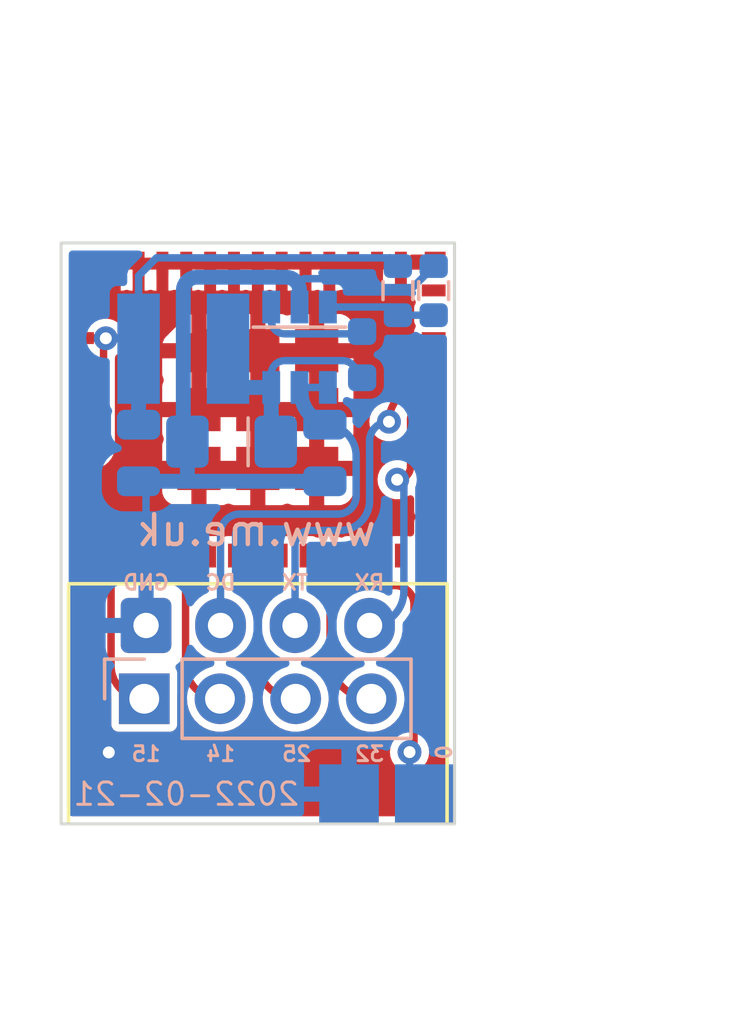
<source format=kicad_pcb>
(kicad_pcb (version 20211014) (generator pcbnew)
  (title_block (title "Generic ESP32-PICO-MINI Module") (date "${DATE}") (rev "1") (company "Adrian Kennard, Andrews & Arnold Ltd"))
  (layers (0 "F.Cu" signal) (31 "B.Cu" signal) (34 "B.Paste" user) (35 "F.Paste" user) (36 "B.SilkS" user "B.Silkscreen") (37 "F.SilkS" user "F.Silkscreen") (38 "B.Mask" user) (39 "F.Mask" user) (44 "Edge.Cuts" user))
  (property "DATE" "2022-02-21")
  (net 0 "")
  (net 1 "GND")
  (net 2 "TX")
  (net 3 "RX")
  (net 4 "Net-(R1-Pad2)")
  (net 8 "DC")
  (net 14 "EN")
  (net 17 "IO4")
  (net 20 "IO3")
  (net 21 "IO2")
  (net 23 "IO1")
  (net 33 "GPOIO0")
  (footprint "RevK:ESP32-PICO-MINI-02" (layer "F.Cu") (at 100 44.19325)
    (fp_text reference "U1" hide)
    (fp_text value "ESP32-PICO-MINI-02")
    (pad "1" smd rect (at -5.9 -4) (size 0.8 0.4) (layers "F.Cu" "F.Paste" "F.Mask") (net 1 "GND"))
    (pad "2" smd rect (at -5.9 -3.2) (size 0.8 0.4) (layers "F.Cu" "F.Paste" "F.Mask") (net 1 "GND"))
    (pad "3" smd rect (at -5.9 -2.4) (size 0.8 0.4) (layers "F.Cu" "F.Paste" "F.Mask") (net 14 "EN"))
    (pad "4" smd rect (at -5.9 -1.6) (size 0.8 0.4) (layers "F.Cu" "F.Paste" "F.Mask"))
    (pad "5" smd rect (at -5.9 -0.8) (size 0.8 0.4) (layers "F.Cu" "F.Paste" "F.Mask"))
    (pad "6" smd rect (at -5.9 0) (size 0.8 0.4) (layers "F.Cu" "F.Paste" "F.Mask"))
    (pad "7" smd rect (at -5.9 0.8) (size 0.8 0.4) (layers "F.Cu" "F.Paste" "F.Mask"))
    (pad "8" smd rect (at -5.9 1.6) (size 0.8 0.4) (layers "F.Cu" "F.Paste" "F.Mask") (net 14 "EN"))
    (pad "9" smd rect (at -5.9 2.4) (size 0.8 0.4) (layers "F.Cu" "F.Paste" "F.Mask"))
    (pad "10" smd rect (at -5.9 3.2) (size 0.8 0.4) (layers "F.Cu" "F.Paste" "F.Mask"))
    (pad "11" smd rect (at -5.9 4) (size 0.8 0.4) (layers "F.Cu" "F.Paste" "F.Mask") (net 1 "GND"))
    (pad "12" smd rect (at -4.8 4.9) (size 0.4 0.8) (layers "F.Cu" "F.Paste" "F.Mask") (net 23 "IO1"))
    (pad "13" smd rect (at -4 4.9) (size 0.4 0.8) (layers "F.Cu" "F.Paste" "F.Mask"))
    (pad "14" smd rect (at -3.2 4.9) (size 0.4 0.8) (layers "F.Cu" "F.Paste" "F.Mask") (net 1 "GND"))
    (pad "15" smd rect (at -2.4 4.9) (size 0.4 0.8) (layers "F.Cu" "F.Paste" "F.Mask") (net 21 "IO2"))
    (pad "16" smd rect (at -1.6 4.9) (size 0.4 0.8) (layers "F.Cu" "F.Paste" "F.Mask"))
    (pad "17" smd rect (at -0.8 4.9) (size 0.4 0.8) (layers "F.Cu" "F.Paste" "F.Mask"))
    (pad "18" smd rect (at 0 4.9) (size 0.4 0.8) (layers "F.Cu" "F.Paste" "F.Mask") (net 20 "IO3"))
    (pad "19" smd rect (at 0.8 4.9) (size 0.4 0.8) (layers "F.Cu" "F.Paste" "F.Mask"))
    (pad "20" smd rect (at 1.6 4.9) (size 0.4 0.8) (layers "F.Cu" "F.Paste" "F.Mask"))
    (pad "21" smd rect (at 2.4 4.9) (size 0.4 0.8) (layers "F.Cu" "F.Paste" "F.Mask") (net 17 "IO4"))
    (pad "22" smd rect (at 3.2 4.9) (size 0.4 0.8) (layers "F.Cu" "F.Paste" "F.Mask"))
    (pad "23" smd rect (at 4 4.9) (size 0.4 0.8) (layers "F.Cu" "F.Paste" "F.Mask") (net 33 "GPOIO0"))
    (pad "24" smd rect (at 4.8 4.9) (size 0.4 0.8) (layers "F.Cu" "F.Paste" "F.Mask"))
    (pad "25" smd rect (at 5.9 4) (size 0.8 0.4) (layers "F.Cu" "F.Paste" "F.Mask"))
    (pad "26" smd rect (at 5.9 3.2) (size 0.8 0.4) (layers "F.Cu" "F.Paste" "F.Mask"))
    (pad "27" smd rect (at 5.9 2.4) (size 0.8 0.4) (layers "F.Cu" "F.Paste" "F.Mask"))
    (pad "28" smd rect (at 5.9 1.6) (size 0.8 0.4) (layers "F.Cu" "F.Paste" "F.Mask"))
    (pad "29" smd rect (at 5.9 0.8) (size 0.8 0.4) (layers "F.Cu" "F.Paste" "F.Mask"))
    (pad "30" smd rect (at 5.9 0) (size 0.8 0.4) (layers "F.Cu" "F.Paste" "F.Mask") (net 3 "RX"))
    (pad "31" smd rect (at 5.9 -0.8) (size 0.8 0.4) (layers "F.Cu" "F.Paste" "F.Mask") (net 2 "TX"))
    (pad "32" smd rect (at 5.9 -1.6) (size 0.8 0.4) (layers "F.Cu" "F.Paste" "F.Mask"))
    (pad "33" smd rect (at 5.9 -2.4) (size 0.8 0.4) (layers "F.Cu" "F.Paste" "F.Mask"))
    (pad "34" smd rect (at 5.9 -3.2) (size 0.8 0.4) (layers "F.Cu" "F.Paste" "F.Mask"))
    (pad "35" smd rect (at 5.9 -4) (size 0.8 0.4) (layers "F.Cu" "F.Paste" "F.Mask"))
    (pad "36" smd rect (at 4.8 -4.9) (size 0.4 0.8) (layers "F.Cu" "F.Paste" "F.Mask") (net 1 "GND"))
    (pad "37" smd rect (at 4 -4.9) (size 0.4 0.8) (layers "F.Cu" "F.Paste" "F.Mask") (net 1 "GND"))
    (pad "38" smd rect (at 3.2 -4.9) (size 0.4 0.8) (layers "F.Cu" "F.Paste" "F.Mask") (net 1 "GND"))
    (pad "39" smd rect (at 2.4 -4.9) (size 0.4 0.8) (layers "F.Cu" "F.Paste" "F.Mask") (net 1 "GND"))
    (pad "40" smd rect (at 1.6 -4.9) (size 0.4 0.8) (layers "F.Cu" "F.Paste" "F.Mask") (net 1 "GND"))
    (pad "41" smd rect (at 0.8 -4.9) (size 0.4 0.8) (layers "F.Cu" "F.Paste" "F.Mask") (net 1 "GND"))
    (pad "42" smd rect (at 0 -4.9) (size 0.4 0.8) (layers "F.Cu" "F.Paste" "F.Mask") (net 1 "GND"))
    (pad "43" smd rect (at -0.8 -4.9) (size 0.4 0.8) (layers "F.Cu" "F.Paste" "F.Mask") (net 1 "GND"))
    (pad "44" smd rect (at -1.6 -4.9) (size 0.4 0.8) (layers "F.Cu" "F.Paste" "F.Mask") (net 1 "GND"))
    (pad "45" smd rect (at -2.4 -4.9) (size 0.4 0.8) (layers "F.Cu" "F.Paste" "F.Mask") (net 1 "GND"))
    (pad "46" smd rect (at -3.2 -4.9) (size 0.4 0.8) (layers "F.Cu" "F.Paste" "F.Mask") (net 1 "GND"))
    (pad "47" smd rect (at -4 -4.9) (size 0.4 0.8) (layers "F.Cu" "F.Paste" "F.Mask") (net 1 "GND"))
    (pad "48" smd rect (at -4.8 -4.9) (size 0.4 0.8) (layers "F.Cu" "F.Paste" "F.Mask") (net 1 "GND"))
    (pad "49" smd rect (at 0 0) (size 1.45 1.45) (layers "F.Cu" "F.Paste" "F.Mask") (net 1 "GND"))
    (pad "49" smd rect (at 0 1.975) (size 1.45 1.45) (layers "F.Cu" "F.Paste" "F.Mask") (net 1 "GND"))
    (pad "49" smd rect (at -1.975 0) (size 1.45 1.45) (layers "F.Cu" "F.Paste" "F.Mask") (net 1 "GND"))
    (pad "49" smd rect (at 1.975 1.975) (size 1.45 1.45) (layers "F.Cu" "F.Paste" "F.Mask") (net 1 "GND"))
    (pad "49" smd rect (at -1.975 1.975) (size 1.45 1.45) (layers "F.Cu" "F.Paste" "F.Mask") (net 1 "GND"))
    (pad "49" smd rect (at 0 -1.975) (size 1.45 1.45) (layers "F.Cu" "F.Paste" "F.Mask") (net 1 "GND"))
    (pad "49" smd rect (at 1.975 -1.975) (size 1.45 1.45) (layers "F.Cu" "F.Paste" "F.Mask") (net 1 "GND"))
    (pad "49" smd rect (at 1.975 0) (size 1.45 1.45) (layers "F.Cu" "F.Paste" "F.Mask") (net 1 "GND"))
    (pad "49" smd roundrect (at -1.975 -1.975) (size 1.45 1.45) (layers "F.Cu" "F.Paste" "F.Mask") (roundrect_rratio 0) (chamfer_ratio 0.41) (chamfer top_left) (net 1 "GND"))
    (pad "50" smd rect (at 5.95 -4.95) (size 0.7 0.7) (layers "F.Cu" "F.Paste" "F.Mask") (net 1 "GND"))
    (pad "51" smd rect (at 5.95 4.95) (size 0.7 0.7) (layers "F.Cu" "F.Paste" "F.Mask") (net 1 "GND"))
    (pad "52" smd rect (at -5.95 4.95) (size 0.7 0.7) (layers "F.Cu" "F.Paste" "F.Mask") (net 1 "GND"))
    (pad "53" smd rect (at -5.95 -4.95) (size 0.7 0.7) (layers "F.Cu" "F.Paste" "F.Mask") (net 1 "GND"))
    (zone (net 0) (net_name "") (layer "F.Cu") (connect_pads (clearance 0)) (min_thickness 0.01)
      (keepout (tracks not_allowed) (vias not_allowed) (pads not_allowed) (copperpour not_allowed) (footprints allowed))
      (fill (thermal_gap 0.508) (thermal_bridge_width 0.508))
      (polygon (pts (xy 93.4 33.19325) (xy 106.6 33.19325) (xy 106.6 38.59325) (xy 93.4 38.59325)))
    )
    (zone (net 0) (net_name "") (layer "B.Cu") (connect_pads (clearance 0)) (min_thickness 0.01)
      (keepout (tracks not_allowed) (vias not_allowed) (pads not_allowed) (copperpour not_allowed) (footprints allowed))
      (fill (thermal_gap 0.508) (thermal_bridge_width 0.508))
      (polygon (pts (xy 93.4 33.19325) (xy 106.6 33.19325) (xy 106.6 38.59325) (xy 93.4 38.59325)))
    )
  )
  (footprint "RevK:Molex_MiniSPOX_H4RA" (layer "F.Cu") (at 100 51.44)
    (fp_text reference "J1" hide)
    (fp_text value "SPOX")
    (fp_line (start -6.35 -1.4) (end -6.35 6.6) (layer "F.SilkS") (width 0.12))
    (fp_line (start -6.35 -1.4) (end 6.35 -1.4) (layer "F.SilkS") (width 0.12))
    (fp_line (start 6.35 -1.4) (end 6.35 6.6) (layer "F.SilkS") (width 0.12))
    (pad "1" thru_hole roundrect locked (at -3.75 0) (size 1.7 1.85) (drill 0.85) (layers *.Cu *.Mask) (roundrect_rratio 0.1470588235) (net 1 "GND"))
    (pad "2" thru_hole oval locked (at -1.25 0) (size 1.7 1.85) (drill 0.85) (layers *.Cu *.Mask) (net 8 "DC"))
    (pad "3" thru_hole oval locked (at 1.25 0) (size 1.7 1.85) (drill 0.85) (layers *.Cu *.Mask) (net 2 "TX"))
    (pad "4" thru_hole oval locked (at 3.75 0) (size 1.7 1.85) (drill 0.85) (layers *.Cu *.Mask) (net 3 "RX"))
  )
  (footprint "RevK:Hidden" (layer "B.Cu") (at 96 45.65 -90)
    (fp_text reference "C3" hide)
    (fp_text value "10uF")
  )
  (footprint "Connector_PinHeader_2.54mm:PinHeader_1x04_P2.54mm_Vertical" (layer "B.Cu") (at 96.19 53.9 -90)
    (fp_text reference "J2" hide)
    (fp_text value "Header")
    (fp_line (start -1.33 -1.27) (end -1.33 -8.95) (layer "B.SilkS") (width 0.12))
    (fp_line (start -1.33 1.33) (end 0 1.33) (layer "B.SilkS") (width 0.12))
    (fp_line (start -1.33 -8.95) (end 1.33 -8.95) (layer "B.SilkS") (width 0.12))
    (fp_line (start 1.33 -1.27) (end 1.33 -8.95) (layer "B.SilkS") (width 0.12))
    (fp_line (start -1.33 0) (end -1.33 1.33) (layer "B.SilkS") (width 0.12))
    (fp_line (start -1.33 -1.27) (end 1.33 -1.27) (layer "B.SilkS") (width 0.12))
    (pad "1" thru_hole rect (at 0 0 270) (size 1.7 1.7) (drill 1) (layers *.Cu *.Mask) (net 23 "IO1"))
    (pad "2" thru_hole oval (at 0 -2.54 270) (size 1.7 1.7) (drill 1) (layers *.Cu *.Mask) (net 21 "IO2"))
    (pad "3" thru_hole oval (at 0 -5.08 270) (size 1.7 1.7) (drill 1) (layers *.Cu *.Mask) (net 20 "IO3"))
    (pad "4" thru_hole oval (at 0 -7.62 270) (size 1.7 1.7) (drill 1) (layers *.Cu *.Mask) (net 17 "IO4"))
  )
  (footprint "Connector_PinHeader_2.54mm:PinHeader_1x02_P2.54mm_Vertical" (layer "B.Cu") (at 103.06 57.1 -90)
    (fp_text reference "J3" hide)
    (fp_text value "GPIO0")
    (pad "1" smd rect locked (at 0 0 270) (size 2 2) (layers "B.Cu" "B.Mask") (net 1 "GND"))
    (pad "2" smd rect locked (at 0 -2.54 270) (size 2 2) (layers "B.Cu" "B.Mask") (net 33 "GPOIO0"))
  )
  (footprint "RevK:Hidden" (layer "B.Cu") (at 99.12 45.27)
    (fp_text reference "D1" hide)
    (fp_text value "Schottky")
  )
  (footprint "RevK:Hidden" (layer "B.Cu") (at 103.5 42.35 -90)
    (fp_text reference "C1" hide)
    (fp_text value "0.1uF")
  )
  (footprint "RevK:R_0603" (layer "B.Cu") (at 105.9 40.2 -90)
    (fp_text reference "R2" hide)
    (fp_text value "3M 1% or NF")
    (fp_line (start -0.3 -0.5) (end 0.3 -0.5) (layer "B.SilkS") (width 0.12))
    (fp_line (start -0.3 0.5) (end 0.3 0.5) (layer "B.SilkS") (width 0.12))
    (pad "1" smd roundrect (at -0.825 0 270) (size 0.8 0.95) (layers "B.Cu" "B.Paste" "B.Mask") (net 1 "GND"))
    (pad "2" smd roundrect (at 0.825 0 270) (size 0.8 0.95) (layers "B.Cu" "B.Paste" "B.Mask") (net 4 "Net-(R1-Pad2)"))
  )
  (footprint "RevK:Hidden" (layer "B.Cu") (at 102.25 45.65 -90)
    (fp_text reference "C2" hide)
    (fp_text value "2.2uF")
  )
  (footprint "RevK:RegulatorBlockFB" (layer "B.Cu") (at 101.4 42.1 180)
    (fp_text reference "U2" hide)
    (fp_text value "LMR16006+FB")
    (fp_line (start -1.55 0.675) (end 1.55 0.675) (layer "B.SilkS") (width 0.12))
    (fp_line (start 1.725 -2.375) (end 1.725 -3.975) (layer "B.SilkS") (width 0.12))
    (pad "" smd rect (at 1.9 -1.35 180) (size 2 0.5) (layers "B.Cu") (clearance 0.2))
    (pad "" smd rect (at 0.95 -1.35 90) (size 1.1 0.6) (layers "B.Cu" "B.Paste" "B.Mask") (clearance 0.2))
    (pad "" smd roundrect (at -2.1 -1.025 90) (size 0.9 0.95) (layers "B.Cu" "B.Paste" "B.Mask"))
    (pad "" smd roundrect (at 0.7975 -3.17 180) (size 1.425 1.75) (layers "B.Cu" "B.Paste" "B.Mask") (roundrect_rratio 0.175) (clearance 0.2))
    (pad "" smd rect (at 2.4 -0.05 90) (size 3.7 1.425) (layers "B.Cu" "B.Mask") (clearance 0.2))
    (pad "" smd roundrect (at -2.1 0.525 90) (size 0.9 0.95) (layers "B.Cu" "B.Paste" "B.Mask"))
    (pad "" smd custom (at -0.475 -0.45 180) (size 1.95 0.25) (layers "B.Cu") (clearance 0.2) (options (clearance outline) (anchor rect)) (primitives (gr_arc (start 1.425 -0.45) (mid 1.293198 -0.131802) (end 0.975 0) (width 0.25)) (gr_arc (start -0.975 0) (mid -1.293198 -0.131802) (end -1.425 -0.45) (width 0.25))))
    (pad "" smd rect (at 0.95 1.35 90) (size 1.1 0.6) (layers "B.Cu" "B.Paste" "B.Mask") (clearance 0.2))
    (pad "" smd custom (at -0.8 0.45 180) (size 2.6 0.25) (layers "B.Cu") (clearance 0.2) (options (clearance outline) (anchor rect)) (primitives (gr_arc (start 1.3 0) (mid 1.618198 0.131802) (end 1.75 0.45) (width 0.25))))
    (pad "" smd rect (at 0.95 -2.3 90) (size 2 0.5) (layers "B.Cu") (clearance 0.2))
    (pad "1" smd rect (at -0.95 -1.35 90) (size 1.1 0.6) (layers "B.Cu" "B.Paste" "B.Mask") (net 8 "DC") (clearance 0.2))
    (pad "2" smd custom (at -1.06 -2.55 180) (size 0.1 0.1) (layers "B.Cu") (net 8 "DC") (options (clearance outline) (anchor rect)) (primitives (gr_arc (start 0.000002 0) (mid 0.707108 0.292894) (end 1 1) (width 0.5))))
    (pad "2" smd roundrect (at -0.85 -2.6 270) (size 1 1.45) (layers "B.Cu" "B.Paste" "B.Mask") (net 8 "DC") (clearance 0.2))
    (pad "2" smd rect (at 0 -1.35 90) (size 1.1 0.6) (layers "B.Cu" "B.Paste" "B.Mask") (net 8 "DC") (clearance 0.2))
    (pad "3" smd roundrect (at 5.4 -4.5 270) (size 1 1.45) (layers "B.Cu" "B.Paste" "B.Mask") (net 1 "GND"))
    (pad "3" smd roundrect (at 3.7625 -3.17 180) (size 1.425 1.75) (layers "B.Cu" "B.Paste" "B.Mask") (roundrect_rratio 0.175) (net 1 "GND") (clearance 0.2))
    (pad "3" smd rect (at 0 1.35 90) (size 1.1 0.6) (layers "B.Cu" "B.Paste" "B.Mask") (net 1 "GND") (clearance 0.2))
    (pad "3" smd custom (at -1.1 -4.5 180) (size 0.1 0.1) (layers "B.Cu") (net 1 "GND") (clearance 0.2) (options (clearance outline) (anchor rect)) (primitives (gr_line (start 6.6 0) (end 0 0) (width 0.5)) (gr_line (start 4.8625 1.6) (end 4.8625 0) (width 0.5)) (gr_line (start 5 6.4) (end 5 1.6) (width 0.5)) (gr_arc (start 5 6.4) (mid 4.868198 6.718198) (end 4.55 6.85) (width 0.5)) (gr_line (start 1.55 6.85) (end 4.55 6.85) (width 0.5)) (gr_arc (start 1.55 6.85) (mid 1.231802 6.718198) (end 1.1 6.4) (width 0.5)) (gr_line (start 1.1 5.9) (end 1.1 6.4) (width 0.5))))
    (pad "3" smd roundrect (at -0.85 -4.5 270) (size 1 1.45) (layers "B.Cu" "B.Paste" "B.Mask") (net 1 "GND"))
    (pad "4" smd rect (at 5.4 -0.05 90) (size 3.7 1.425) (layers "B.Cu" "B.Mask") (net 14 "EN"))
    (pad "4" smd rect (at 5.4 -0.8 180) (size 0.5 4) (layers "B.Cu") (net 14 "EN"))
    (pad "4" smd roundrect (at 5.4 -2.6 270) (size 1 1.45) (layers "B.Cu" "B.Paste" "B.Mask") (net 14 "EN") (clearance 0.2))
    (pad "5" smd rect (at -0.95 1.35 90) (size 1.1 0.6) (layers "B.Cu" "B.Paste" "B.Mask") (net 4 "Net-(R1-Pad2)") (clearance 0.2))
  )
  (footprint "RevK:Hidden" (layer "B.Cu") (at 97.5 42.1)
    (fp_text reference "L1" hide)
    (fp_text value "6.8uH")
  )
  (footprint "RevK:R_0603" (layer "B.Cu") (at 104.7 40.2 -90)
    (fp_text reference "R1" hide)
    (fp_text value "10M 1% or 0R")
    (fp_line (start -0.3 -0.5) (end 0.3 -0.5) (layer "B.SilkS") (width 0.12))
    (fp_line (start -0.3 0.5) (end 0.3 0.5) (layer "B.SilkS") (width 0.12))
    (pad "1" smd roundrect (at -0.825 0 270) (size 0.8 0.95) (layers "B.Cu" "B.Paste" "B.Mask") (net 14 "EN"))
    (pad "2" smd roundrect (at 0.825 0 270) (size 0.8 0.95) (layers "B.Cu" "B.Paste" "B.Mask") (net 4 "Net-(R1-Pad2)"))
  )
  (gr_line (start 106.6 38.6) (end 106.6 58.1) (layer "Edge.Cuts") (width 0.1))
  (gr_line (start 106.6 58.1) (end 93.4 58.1) (layer "Edge.Cuts") (width 0.1))
  (gr_line (start 93.4 58.1) (end 93.4 38.6) (layer "Edge.Cuts") (width 0.1))
  (gr_line (start 93.4 38.6) (end 106.6 38.6) (layer "Edge.Cuts") (width 0.1))
  (gr_text "DC" (at 98.75 50) (layer "B.SilkS") (effects (font (size 0.5 0.5) (thickness 0.1)) (justify mirror)))
  (gr_text "TX" (at 101.25 50) (layer "B.SilkS") (effects (font (size 0.5 0.5) (thickness 0.1)) (justify mirror)))
  (gr_text "25" (at 101.3 55.75) (layer "B.SilkS") (effects (font (size 0.5 0.5) (thickness 0.1)) (justify mirror)))
  (gr_text "15" (at 96.25 55.75) (layer "B.SilkS") (effects (font (size 0.5 0.5) (thickness 0.1)) (justify mirror)))
  (gr_text "GND" (at 96.25 50) (layer "B.SilkS") (effects (font (size 0.5 0.5) (thickness 0.1)) (justify mirror)))
  (gr_text "RX" (at 103.75 50) (layer "B.SilkS") (effects (font (size 0.5 0.5) (thickness 0.1)) (justify mirror)))
  (gr_text "32" (at 103.75 55.75) (layer "B.SilkS") (effects (font (size 0.5 0.5) (thickness 0.1)) (justify mirror)))
  (gr_text "www.me.uk" (at 99.95 48.25) (layer "B.SilkS") (effects (font (size 1 1)) (justify mirror)))
  (gr_text "${DATE}" (at 97.6 57.1) (layer "B.SilkS") (effects (font (size 0.75 0.75) (thickness 0.1)) (justify mirror)))
  (gr_text "14" (at 98.75 55.75) (layer "B.SilkS") (effects (font (size 0.5 0.5) (thickness 0.1)) (justify mirror)))
  (gr_text "0" (at 106.25 56 90) (layer "B.SilkS") (effects (font (size 0.5 0.5) (thickness 0.1)) (justify right mirror)))
  (via (at 95 55.7) (size 0.8) (drill 0.4) (layers "F.Cu" "B.Cu") (net 1))
  (segment (start 101.4 39.95) (end 101.55 39.8) (width 0.25) (layer "B.Cu") (net 1))
  (segment (start 105.192263 40.09952) (end 105.9 39.391783) (width 0.25) (layer "B.Cu") (net 1))
  (segment (start 103.6 39.8) (end 103.89952 40.09952) (width 0.25) (layer "B.Cu") (net 1))
  (segment (start 96.25 51.44) (end 96.25 46.85) (width 0.25) (layer "B.Cu") (net 1))
  (segment (start 103.89952 40.09952) (end 105.192263 40.09952) (width 0.25) (layer "B.Cu") (net 1))
  (segment (start 96.25 46.85) (end 96 46.6) (width 0.25) (layer "B.Cu") (net 1))
  (segment (start 101.4 40.75) (end 101.4 39.95) (width 0.25) (layer "B.Cu") (net 1))
  (segment (start 105.9 39.391783) (end 105.9 39.375) (width 0.25) (layer "B.Cu") (net 1))
  (segment (start 101.55 39.8) (end 103.6 39.8) (width 0.25) (layer "B.Cu") (net 1))
  (segment (start 105.9 43.39325) (end 105.60675 43.39325) (width 0.25) (layer "F.Cu") (net 2))
  (via (at 104.4 44.6) (size 0.8) (drill 0.4) (layers "F.Cu" "B.Cu") (net 2))
  (arc (start 105.60675 43.39325) (mid 104.753449 43.746699) (end 104.4 44.6) (width 0.25) (layer "F.Cu") (net 2))
  (segment (start 101.25 51.44) (end 101.25 48.75) (width 0.25) (layer "B.Cu") (net 2))
  (segment (start 103.75 47.25) (end 103.75 45.25) (width 0.25) (layer "B.Cu") (net 2))
  (segment (start 101.75 48.25) (end 102.75 48.25) (width 0.25) (layer "B.Cu") (net 2))
  (arc (start 101.25 48.75) (mid 101.396447 48.396447) (end 101.75 48.25) (width 0.25) (layer "B.Cu") (net 2))
  (arc (start 103.75 45.25) (mid 103.940381 44.790381) (end 104.4 44.6) (width 0.25) (layer "B.Cu") (net 2))
  (arc (start 102.75 48.25) (mid 103.457107 47.957107) (end 103.75 47.25) (width 0.25) (layer "B.Cu") (net 2))
  (segment (start 105.9 44.19325) (end 105.442454 44.19325) (width 0.25) (layer "F.Cu") (net 3))
  (segment (start 105.124501 44.511203) (end 105.124501 46.096171) (width 0.25) (layer "F.Cu") (net 3))
  (via (at 104.674568 46.546104) (size 0.8) (drill 0.4) (layers "F.Cu" "B.Cu") (net 3))
  (arc (start 105.124501 46.096171) (mid 104.992719 46.414322) (end 104.674568 46.546104) (width 0.25) (layer "F.Cu") (net 3))
  (arc (start 105.442454 44.19325) (mid 105.217627 44.286376) (end 105.124501 44.511203) (width 0.25) (layer "F.Cu") (net 3))
  (segment (start 104.900498 50.289502) (end 104.900498 46.772034) (width 0.25) (layer "B.Cu") (net 3))
  (segment (start 104.900498 46.772034) (end 104.674568 46.546104) (width 0.25) (layer "B.Cu") (net 3))
  (arc (start 103.75 51.44) (mid 104.563525 51.103027) (end 104.900498 50.289502) (width 0.25) (layer "B.Cu") (net 3))
  (segment (start 104.7 41.025) (end 105.9 41.025) (width 0.25) (layer "B.Cu") (net 4))
  (segment (start 104.425 40.75) (end 102.35 40.75) (width 0.25) (layer "B.Cu") (net 4))
  (segment (start 104.7 41.025) (end 104.425 40.75) (width 0.25) (layer "B.Cu") (net 4))
  (segment (start 101.4 43.45) (end 102.35 43.45) (width 0.25) (layer "B.Cu") (net 8))
  (segment (start 103.29952 45.74952) (end 103.29952 47.087973) (width 0.25) (layer "B.Cu") (net 8))
  (segment (start 102.687493 47.7) (end 99.4 47.7) (width 0.25) (layer "B.Cu") (net 8))
  (segment (start 98.75 51.44) (end 98.75 48.35) (width 0.25) (layer "B.Cu") (net 8))
  (arc (start 98.75 48.35) (mid 98.940381 47.890381) (end 99.4 47.7) (width 0.25) (layer "B.Cu") (net 8))
  (arc (start 102.25 44.7) (mid 102.992123 45.007397) (end 103.29952 45.74952) (width 0.25) (layer "B.Cu") (net 8))
  (arc (start 103.29952 47.087973) (mid 103.120261 47.520741) (end 102.687493 47.7) (width 0.25) (layer "B.Cu") (net 8))
  (segment (start 94.1 45.79325) (end 94.455772 45.79325) (width 0.25) (layer "F.Cu") (net 14))
  (segment (start 94.1 41.79325) (end 94.89325 41.79325) (width 0.25) (layer "F.Cu") (net 14))
  (segment (start 94.89325 41.79325) (end 94.9 41.8) (width 0.25) (layer "F.Cu") (net 14))
  (segment (start 94.824511 41.867761) (end 94.824511 45.424511) (width 0.25) (layer "F.Cu") (net 14))
  (via (at 94.9 41.8) (size 0.8) (drill 0.4) (layers "F.Cu" "B.Cu") (net 14))
  (arc (start 94.455772 45.79325) (mid 94.71651 45.685249) (end 94.824511 45.424511) (width 0.25) (layer "F.Cu") (net 14))
  (segment (start 95.65 41.8) (end 96 42.15) (width 0.25) (layer "B.Cu") (net 14))
  (segment (start 94.9 41.8) (end 95.65 41.8) (width 0.25) (layer "B.Cu") (net 14))
  (segment (start 96 39.7) (end 96.6 39.1) (width 0.25) (layer "B.Cu") (net 14))
  (segment (start 96 42.15) (end 96 39.7) (width 0.25) (layer "B.Cu") (net 14))
  (segment (start 104.425 39.1) (end 104.7 39.375) (width 0.25) (layer "B.Cu") (net 14))
  (segment (start 96.6 39.1) (end 104.425 39.1) (width 0.25) (layer "B.Cu") (net 14))
  (segment (start 102.4 49.09325) (end 102.42452 49.11777) (width 0.25) (layer "F.Cu") (net 17))
  (segment (start 102.42452 49.11777) (end 102.42452 52.51452) (width 0.25) (layer "F.Cu") (net 17))
  (arc (start 102.42452 52.51452) (mid 102.830318 53.494202) (end 103.81 53.9) (width 0.25) (layer "F.Cu") (net 17))
  (segment (start 100 49.09325) (end 100 52.63) (width 0.25) (layer "F.Cu") (net 20))
  (arc (start 100 52.63) (mid 100.371974 53.528026) (end 101.27 53.9) (width 0.25) (layer "F.Cu") (net 20))
  (segment (start 97.6 49.09325) (end 97.57548 49.11777) (width 0.25) (layer "F.Cu") (net 21))
  (segment (start 97.57548 49.11777) (end 97.57548 52.74548) (width 0.25) (layer "F.Cu") (net 21))
  (arc (start 97.57548 52.74548) (mid 97.913631 53.561849) (end 98.73 53.9) (width 0.25) (layer "F.Cu") (net 21))
  (segment (start 95.07548 49.86777) (end 95.07548 52.78548) (width 0.25) (layer "F.Cu") (net 23))
  (segment (start 95.2 49.09325) (end 95.2 49.74325) (width 0.25) (layer "F.Cu") (net 23))
  (segment (start 95.2 49.74325) (end 95.07548 49.86777) (width 0.25) (layer "F.Cu") (net 23))
  (arc (start 95.07548 52.78548) (mid 95.401915 53.573565) (end 96.19 53.9) (width 0.25) (layer "F.Cu") (net 23))
  (segment (start 105.24 54.51) (end 105.24 55.54) (width 0.25) (layer "F.Cu") (net 33))
  (segment (start 105.24 54.27) (end 105.24 54.51) (width 0.25) (layer "F.Cu") (net 33))
  (segment (start 105.24 50.74) (end 105.24 54.27) (width 0.25) (layer "F.Cu") (net 33))
  (segment (start 104 49.09325) (end 104 49.5) (width 0.25) (layer "F.Cu") (net 33))
  (via (at 105.09 55.69) (size 0.8) (drill 0.4) (layers "F.Cu" "B.Cu") (net 33))
  (arc (start 104.6 50.1) (mid 105.052548 50.287452) (end 105.24 50.74) (width 0.25) (layer "F.Cu") (net 33))
  (arc (start 104 49.5) (mid 104.175736 49.924264) (end 104.6 50.1) (width 0.25) (layer "F.Cu") (net 33))
  (arc (start 105.24 55.54) (mid 105.196066 55.646066) (end 105.09 55.69) (width 0.25) (layer "F.Cu") (net 33))
  (segment (start 105.09 55.69) (end 105.09 56.59) (width 0.25) (layer "B.Cu") (net 33))
  (arc (start 105.09 56.59) (mid 105.239376 56.950624) (end 105.6 57.1) (width 0.25) (layer "B.Cu") (net 33))
  (zone (net 1) (net_name "GND") (layers F&B.Cu) (connect_pads (clearance 0.254)) (min_thickness 0.254) (fill yes (thermal_gap 0.508) (thermal_bridge_width 0.508))
    (polygon (pts (xy 106.6 58.1) (xy 93.4 58.1) (xy 93.4 38.6) (xy 106.6 38.6)))
  )
)
</source>
